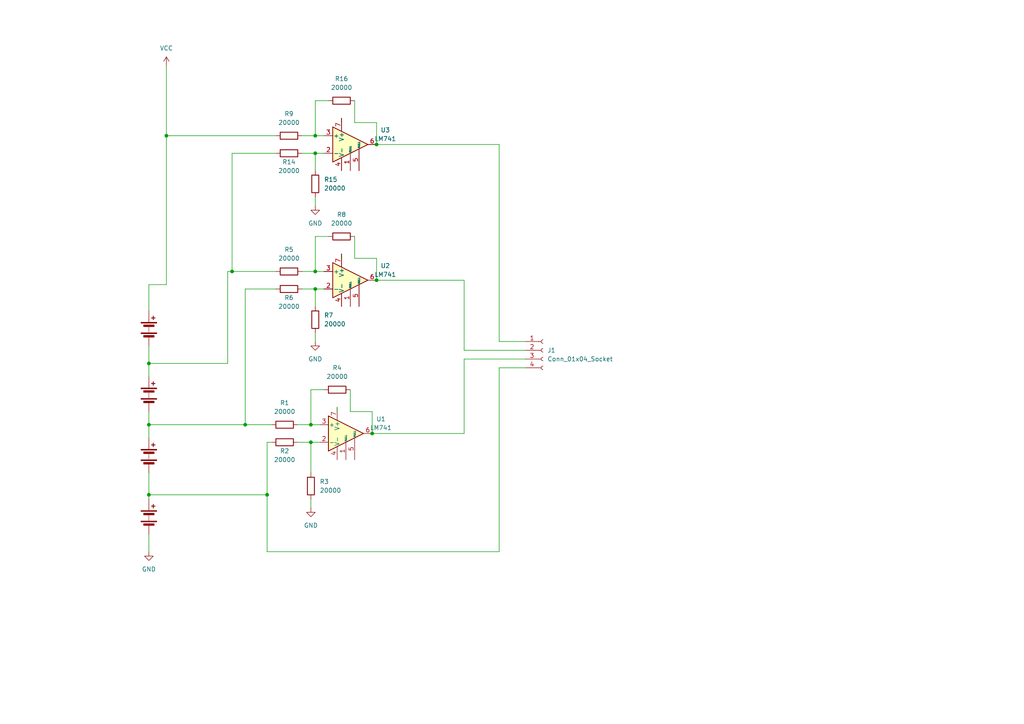
<source format=kicad_sch>
(kicad_sch (version 20230121) (generator eeschema)
  (paper "A4")
  (lib_symbols
    (symbol "Amplifier_Operational:LM741" (pin_names (offset 0.127))
      (property "Reference" "U" (at 0 6.35 0))
      (property "Value" "LM741" (at 0 3.81 0))
      (symbol "LM741_0_1"
        (polyline (pts (xy -5.08 5.08) (xy 5.08 0) (xy -5.08 -5.08) (xy -5.08 5.08)) (stroke (width 0.254)) (fill (type background)))
      )
      (symbol "LM741_1_1"
        (pin input line (at 0 -7.62 90) (length 5.08) (name "NULL") (number "1"))
        (pin input line (at -7.62 -2.54 0) (length 2.54) (name "-") (number "2"))
        (pin input line (at -7.62 2.54 0) (length 2.54) (name "+") (number "3"))
        (pin power_in line (at -2.54 -7.62 90) (length 3.81) (name "V-") (number "4"))
        (pin input line (at 2.54 -7.62 90) (length 6.35) (name "NULL") (number "5"))
        (pin output line (at 7.62 0 180) (length 2.54) (name "~") (number "6"))
        (pin power_in line (at -2.54 7.62 270) (length 3.81) (name "V+") (number "7"))
        (pin no_connect line (at 0 2.54 270) (length 2.54) hide (name "NC") (number "8"))
      )
    )
    (symbol "Connector:Conn_01x04_Socket" (pin_names (offset 1.016) hide)
      (property "Reference" "J" (at 0 5.08 0))
      (property "Value" "Conn_01x04_Socket" (at 0 -7.62 0))
      (symbol "Conn_01x04_Socket_1_1"
        (arc (start 0 -4.572) (mid -0.5058 -5.08) (end 0 -5.588) (stroke (width 0.1524)))
        (arc (start 0 -2.032) (mid -0.5058 -2.54) (end 0 -3.048) (stroke (width 0.1524)))
        (polyline (pts (xy -1.27 -5.08) (xy -0.508 -5.08)) (stroke (width 0.1524)))
        (polyline (pts (xy -1.27 -2.54) (xy -0.508 -2.54)) (stroke (width 0.1524)))
        (polyline (pts (xy -1.27 0) (xy -0.508 0)) (stroke (width 0.1524)))
        (polyline (pts (xy -1.27 2.54) (xy -0.508 2.54)) (stroke (width 0.1524)))
        (arc (start 0 0.508) (mid -0.5058 0) (end 0 -0.508) (stroke (width 0.1524)))
        (arc (start 0 3.048) (mid -0.5058 2.54) (end 0 2.032) (stroke (width 0.1524)))
        (pin passive line (at -5.08 2.54 0) (length 3.81) (name "Pin_1") (number "1"))
        (pin passive line (at -5.08 0 0) (length 3.81) (name "Pin_2") (number "2"))
        (pin passive line (at -5.08 -2.54 0) (length 3.81) (name "Pin_3") (number "3"))
        (pin passive line (at -5.08 -5.08 0) (length 3.81) (name "Pin_4") (number "4"))
      )
    )
    (symbol "Device:Battery" (pin_numbers hide) (pin_names (offset 0) hide)
      (property "Reference" "BT" (at 2.54 2.54 0))
      (property "Value" "Battery" (at 2.54 0 0))
      (symbol "Battery_0_1"
        (rectangle (start -2.286 -1.27) (end 2.286 -1.524) (fill (type outline)))
        (rectangle (start -2.286 1.778) (end 2.286 1.524) (fill (type outline)))
        (rectangle (start -1.524 -2.032) (end 1.524 -2.54) (fill (type outline)))
        (rectangle (start -1.524 1.016) (end 1.524 0.508) (fill (type outline)))
        (polyline (pts (xy 0 -1.016) (xy 0 -0.762)))
        (polyline (pts (xy 0 -0.508) (xy 0 -0.254)))
        (polyline (pts (xy 0 0) (xy 0 0.254)))
        (polyline (pts (xy 0 1.778) (xy 0 2.54)))
        (polyline (pts (xy 0.762 3.048) (xy 1.778 3.048)) (stroke (width 0.254)))
        (polyline (pts (xy 1.27 3.556) (xy 1.27 2.54)) (stroke (width 0.254)))
      )
      (symbol "Battery_1_1"
        (pin passive line (at 0 5.08 270) (length 2.54) (name "+") (number "1"))
        (pin passive line (at 0 -5.08 90) (length 2.54) (name "-") (number "2"))
      )
    )
    (symbol "Device:R" (pin_numbers hide) (pin_names (offset 0))
      (property "Reference" "R" (at 2.032 0 90))
      (property "Value" "R" (at 0 0 90))
      (symbol "R_0_1"
        (rectangle (start -1.016 -2.54) (end 1.016 2.54) (stroke (width 0.254)))
      )
      (symbol "R_1_1"
        (pin passive line (at 0 3.81 270) (length 1.27) (name "~") (number "1"))
        (pin passive line (at 0 -3.81 90) (length 1.27) (name "~") (number "2"))
      )
    )
    (symbol "power:GND" (power) (pin_names (offset 0))
      (property "Value" "GND" (at 0 -3.81 0))
      (symbol "GND_0_1"
        (polyline (pts (xy 0 0) (xy 0 -1.27) (xy 1.27 -1.27) (xy 0 -2.54) (xy -1.27 -1.27) (xy 0 -1.27)))
      )
      (symbol "GND_1_1"
        (pin power_in line (at 0 0 270) (length 0) hide (name "GND") (number "1"))
      )
    )
    (symbol "power:VCC" (power) (pin_names (offset 0))
      (property "Value" "VCC" (at 0 3.81 0))
      (symbol "VCC_0_1"
        (polyline (pts (xy -0.762 1.27) (xy 0 2.54)))
        (polyline (pts (xy 0 0) (xy 0 2.54)))
        (polyline (pts (xy 0 2.54) (xy 0.762 1.27)))
      )
      (symbol "VCC_1_1"
        (pin power_in line (at 0 0 90) (length 0) hide (name "VCC") (number "1"))
      )
    )
  )
  (junction (at 48.26 39.37))
  (junction (at 107.95 125.73))
  (junction (at 67.31 78.74))
  (junction (at 91.44 44.45))
  (junction (at 109.22 41.91))
  (junction (at 43.18 105.41))
  (junction (at 77.47 143.51))
  (junction (at 109.22 81.28))
  (junction (at 71.12 123.19))
  (junction (at 90.17 128.27))
  (junction (at 43.18 123.19))
  (junction (at 91.44 83.82))
  (junction (at 91.44 78.74))
  (junction (at 91.44 39.37))
  (junction (at 43.18 143.51))
  (junction (at 90.17 123.19))
  (wire (pts (xy 43.18 82.55) (xy 48.26 82.55)))
  (wire (pts (xy 134.62 101.6) (xy 152.4 101.6)))
  (wire (pts (xy 95.25 29.21) (xy 91.44 29.21)))
  (wire (pts (xy 91.44 57.15) (xy 91.44 59.69)))
  (wire (pts (xy 91.44 83.82) (xy 91.44 88.9)))
  (wire (pts (xy 86.36 128.27) (xy 90.17 128.27)))
  (wire (pts (xy 87.63 78.74) (xy 91.44 78.74)))
  (wire (pts (xy 134.62 104.14) (xy 134.62 125.73)))
  (wire (pts (xy 77.47 143.51) (xy 77.47 160.02)))
  (wire (pts (xy 91.44 83.82) (xy 93.98 83.82)))
  (wire (pts (xy 91.44 78.74) (xy 93.98 78.74)))
  (wire (pts (xy 90.17 123.19) (xy 92.71 123.19)))
  (wire (pts (xy 67.31 44.45) (xy 80.01 44.45)))
  (wire (pts (xy 101.6 119.38) (xy 107.95 119.38)))
  (wire (pts (xy 91.44 44.45) (xy 91.44 49.53)))
  (wire (pts (xy 102.87 74.93) (xy 109.22 74.93)))
  (wire (pts (xy 48.26 19.05) (xy 48.26 39.37)))
  (wire (pts (xy 109.22 74.93) (xy 109.22 81.28)))
  (wire (pts (xy 48.26 39.37) (xy 80.01 39.37)))
  (wire (pts (xy 80.01 83.82) (xy 71.12 83.82)))
  (wire (pts (xy 43.18 105.41) (xy 66.04 105.41)))
  (wire (pts (xy 102.87 68.58) (xy 102.87 74.93)))
  (wire (pts (xy 109.22 35.56) (xy 109.22 41.91)))
  (wire (pts (xy 86.36 123.19) (xy 90.17 123.19)))
  (wire (pts (xy 102.87 29.21) (xy 102.87 35.56)))
  (wire (pts (xy 48.26 39.37) (xy 48.26 82.55)))
  (wire (pts (xy 144.78 41.91) (xy 144.78 99.06)))
  (wire (pts (xy 43.18 119.38) (xy 43.18 123.19)))
  (wire (pts (xy 93.98 113.03) (xy 90.17 113.03)))
  (wire (pts (xy 77.47 128.27) (xy 78.74 128.27)))
  (wire (pts (xy 134.62 81.28) (xy 134.62 101.6)))
  (wire (pts (xy 95.25 68.58) (xy 91.44 68.58)))
  (wire (pts (xy 77.47 143.51) (xy 77.47 128.27)))
  (wire (pts (xy 90.17 144.78) (xy 90.17 147.32)))
  (wire (pts (xy 90.17 128.27) (xy 92.71 128.27)))
  (wire (pts (xy 66.04 78.74) (xy 67.31 78.74)))
  (wire (pts (xy 144.78 106.68) (xy 152.4 106.68)))
  (wire (pts (xy 43.18 143.51) (xy 77.47 143.51)))
  (wire (pts (xy 67.31 78.74) (xy 80.01 78.74)))
  (wire (pts (xy 43.18 100.33) (xy 43.18 105.41)))
  (wire (pts (xy 91.44 96.52) (xy 91.44 99.06)))
  (wire (pts (xy 144.78 99.06) (xy 152.4 99.06)))
  (wire (pts (xy 66.04 105.41) (xy 66.04 78.74)))
  (wire (pts (xy 87.63 83.82) (xy 91.44 83.82)))
  (wire (pts (xy 109.22 41.91) (xy 144.78 41.91)))
  (wire (pts (xy 144.78 106.68) (xy 144.78 160.02)))
  (wire (pts (xy 43.18 123.19) (xy 43.18 127)))
  (wire (pts (xy 99.06 34.29) (xy 99.06 35.56)))
  (wire (pts (xy 67.31 78.74) (xy 67.31 44.45)))
  (wire (pts (xy 107.95 125.73) (xy 134.62 125.73)))
  (wire (pts (xy 90.17 113.03) (xy 90.17 123.19)))
  (wire (pts (xy 90.17 128.27) (xy 90.17 137.16)))
  (wire (pts (xy 43.18 143.51) (xy 43.18 144.78)))
  (wire (pts (xy 71.12 83.82) (xy 71.12 123.19)))
  (wire (pts (xy 87.63 44.45) (xy 91.44 44.45)))
  (wire (pts (xy 77.47 160.02) (xy 144.78 160.02)))
  (wire (pts (xy 91.44 68.58) (xy 91.44 78.74)))
  (wire (pts (xy 91.44 44.45) (xy 93.98 44.45)))
  (wire (pts (xy 109.22 81.28) (xy 134.62 81.28)))
  (wire (pts (xy 43.18 90.17) (xy 43.18 82.55)))
  (wire (pts (xy 43.18 154.94) (xy 43.18 160.02)))
  (wire (pts (xy 101.6 113.03) (xy 101.6 119.38)))
  (wire (pts (xy 43.18 123.19) (xy 71.12 123.19)))
  (wire (pts (xy 87.63 39.37) (xy 91.44 39.37)))
  (wire (pts (xy 97.79 118.11) (xy 97.79 119.38)))
  (wire (pts (xy 43.18 137.16) (xy 43.18 143.51)))
  (wire (pts (xy 134.62 104.14) (xy 152.4 104.14)))
  (wire (pts (xy 91.44 39.37) (xy 93.98 39.37)))
  (wire (pts (xy 107.95 119.38) (xy 107.95 125.73)))
  (wire (pts (xy 102.87 35.56) (xy 109.22 35.56)))
  (wire (pts (xy 99.06 73.66) (xy 99.06 74.93)))
  (wire (pts (xy 71.12 123.19) (xy 78.74 123.19)))
  (wire (pts (xy 91.44 29.21) (xy 91.44 39.37)))
  (wire (pts (xy 43.18 105.41) (xy 43.18 109.22)))
  (symbol (lib_id "Device:R") (at 83.82 44.45 270) (unit 1)
    (property "Reference" "R14" (at 83.82 46.99 90))
    (property "Value" "20000" (at 83.82 49.53 90))
  )
  (symbol (lib_id "Device:R") (at 83.82 78.74 90) (unit 1)
    (property "Reference" "R5" (at 83.82 72.39 90))
    (property "Value" "20000" (at 83.82 74.93 90))
  )
  (symbol (lib_id "Amplifier_Operational:LM741") (at 101.6 41.91 0) (unit 1)
    (property "Reference" "U3" (at 111.76 37.7191 0))
    (property "Value" "LM741" (at 111.76 40.2591 0))
    (property "Datasheet" "http://www.ti.com/lit/ds/symlink/lm741.pdf" (effects hide))
  )
  (symbol (lib_id "Connector:Conn_01x04_Socket") (at 157.48 101.6 0) (unit 1)
    (property "Reference" "J1" (at 158.75 101.6 0) (effects (justify left)))
    (property "Value" "Conn_01x04_Socket" (at 158.75 104.14 0) (effects (justify left)))
  )
  (symbol (lib_id "Device:R") (at 83.82 83.82 270) (unit 1)
    (property "Reference" "R6" (at 83.82 86.36 90))
    (property "Value" "20000" (at 83.82 88.9 90))
  )
  (symbol (lib_id "power:GND") (at 91.44 99.06 0) (unit 1)
    (property "Reference" "#PWR04" (effects hide))
    (property "Value" "GND" (at 91.44 104.14 0))
  )
  (symbol (lib_id "Device:Battery") (at 43.18 149.86 0) (unit 1)
    (property "Reference" "BT1" (effects hide))
    (property "Value" "Battery" (effects hide))
  )
  (symbol (lib_id "Amplifier_Operational:LM741") (at 100.33 125.73 0) (unit 1)
    (property "Reference" "U1" (at 110.49 121.5391 0))
    (property "Value" "LM741" (at 110.49 124.0791 0))
    (property "Datasheet" "http://www.ti.com/lit/ds/symlink/lm741.pdf" (effects hide))
  )
  (symbol (lib_id "Device:R") (at 91.44 53.34 180) (unit 1)
    (property "Reference" "R15" (at 93.98 52.07 0) (effects (justify right)))
    (property "Value" "20000" (at 93.98 54.61 0) (effects (justify right)))
  )
  (symbol (lib_id "Device:R") (at 99.06 29.21 90) (unit 1)
    (property "Reference" "R16" (at 99.06 22.86 90))
    (property "Value" "20000" (at 99.06 25.4 90))
  )
  (symbol (lib_id "Device:Battery") (at 43.18 95.25 0) (unit 1)
    (property "Reference" "BT4" (effects hide))
    (property "Value" "Battery" (effects hide))
  )
  (symbol (lib_id "Device:R") (at 83.82 39.37 90) (unit 1)
    (property "Reference" "R9" (at 83.82 33.02 90))
    (property "Value" "20000" (at 83.82 35.56 90))
  )
  (symbol (lib_id "power:GND") (at 91.44 59.69 0) (unit 1)
    (property "Reference" "#PWR05" (effects hide))
    (property "Value" "GND" (at 91.44 64.77 0))
  )
  (symbol (lib_id "Device:R") (at 99.06 68.58 90) (unit 1)
    (property "Reference" "R8" (at 99.06 62.23 90))
    (property "Value" "20000" (at 99.06 64.77 90))
  )
  (symbol (lib_id "Device:R") (at 91.44 92.71 180) (unit 1)
    (property "Reference" "R7" (at 93.98 91.44 0) (effects (justify right)))
    (property "Value" "20000" (at 93.98 93.98 0) (effects (justify right)))
  )
  (symbol (lib_id "Device:R") (at 90.17 140.97 180) (unit 1)
    (property "Reference" "R3" (at 92.71 139.7 0) (effects (justify right)))
    (property "Value" "20000" (at 92.71 142.24 0) (effects (justify right)))
  )
  (symbol (lib_id "Device:R") (at 82.55 128.27 270) (unit 1)
    (property "Reference" "R2" (at 82.55 130.81 90))
    (property "Value" "20000" (at 82.55 133.35 90))
  )
  (symbol (lib_id "power:GND") (at 43.18 160.02 0) (unit 1)
    (property "Reference" "#PWR01" (effects hide))
    (property "Value" "GND" (at 43.18 165.1 0))
  )
  (symbol (lib_id "Amplifier_Operational:LM741") (at 101.6 81.28 0) (unit 1)
    (property "Reference" "U2" (at 111.76 77.0891 0))
    (property "Value" "LM741" (at 111.76 79.6291 0))
    (property "Datasheet" "http://www.ti.com/lit/ds/symlink/lm741.pdf" (effects hide))
  )
  (symbol (lib_id "Device:Battery") (at 43.18 114.3 0) (unit 1)
    (property "Reference" "BT3" (effects hide))
    (property "Value" "Battery" (effects hide))
  )
  (symbol (lib_id "Device:Battery") (at 43.18 132.08 0) (unit 1)
    (property "Reference" "BT2" (effects hide))
    (property "Value" "Battery" (effects hide))
  )
  (symbol (lib_id "power:VCC") (at 48.26 19.05 0) (unit 1)
    (property "Reference" "#PWR06" (effects hide))
    (property "Value" "VCC" (at 48.26 13.97 0))
  )
  (symbol (lib_id "Device:R") (at 97.79 113.03 90) (unit 1)
    (property "Reference" "R4" (at 97.79 106.68 90))
    (property "Value" "20000" (at 97.79 109.22 90))
  )
  (symbol (lib_id "power:GND") (at 90.17 147.32 0) (unit 1)
    (property "Reference" "#PWR03" (effects hide))
    (property "Value" "GND" (at 90.17 152.4 0))
  )
  (symbol (lib_id "Device:R") (at 82.55 123.19 90) (unit 1)
    (property "Reference" "R1" (at 82.55 116.84 90))
    (property "Value" "20000" (at 82.55 119.38 90))
  )
)
</source>
